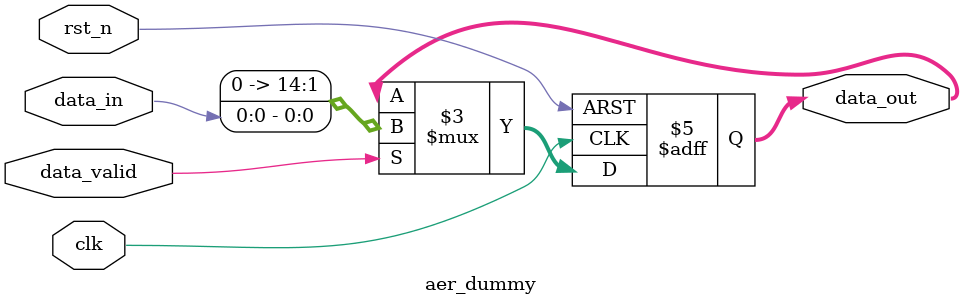
<source format=v>
module aer_dummy(
    input wire clk,
    input wire rst_n,
    input wire data_valid,
    input wire data_in,
    output reg [14:0]data_out);
    
    always@(posedge clk or negedge rst_n)
        if(!rst_n)begin
            data_out<=0;
        end else begin
            if(data_valid)begin
                data_out<= data_in;
            end
     end
endmodule

</source>
